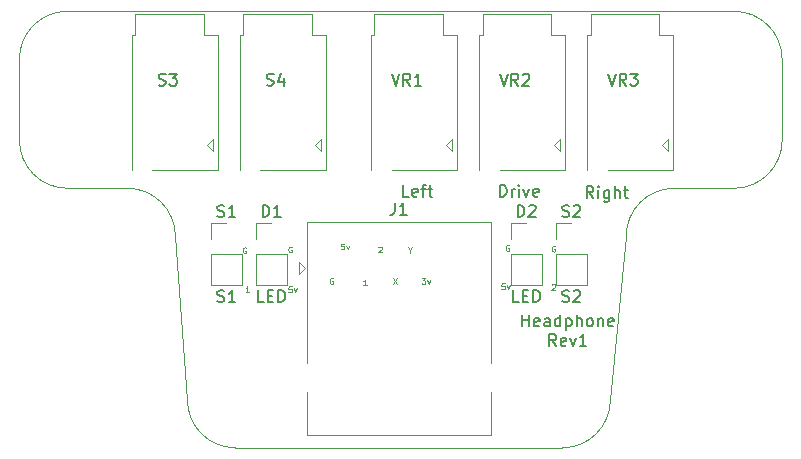
<source format=gbr>
G04 #@! TF.GenerationSoftware,KiCad,Pcbnew,(5.1.5)-3*
G04 #@! TF.CreationDate,2020-06-13T00:40:34-05:00*
G04 #@! TF.ProjectId,HeadphoneJack,48656164-7068-46f6-9e65-4a61636b2e6b,rev?*
G04 #@! TF.SameCoordinates,Original*
G04 #@! TF.FileFunction,Legend,Top*
G04 #@! TF.FilePolarity,Positive*
%FSLAX46Y46*%
G04 Gerber Fmt 4.6, Leading zero omitted, Abs format (unit mm)*
G04 Created by KiCad (PCBNEW (5.1.5)-3) date 2020-06-13 00:40:34*
%MOMM*%
%LPD*%
G04 APERTURE LIST*
%ADD10C,0.050000*%
%ADD11C,0.125000*%
%ADD12C,0.150000*%
%ADD13C,0.120000*%
G04 APERTURE END LIST*
D10*
X123888500Y-86233000D02*
X128968500Y-86233000D01*
X175260000Y-86233000D02*
X180340000Y-86233000D01*
X171196000Y-90297000D02*
X169862500Y-104140000D01*
X133032500Y-90297000D02*
X134048500Y-104140000D01*
X171196000Y-90297000D02*
G75*
G02X175260000Y-86233000I4064000J0D01*
G01*
X184404000Y-82169000D02*
G75*
G02X180340000Y-86233000I-4064000J0D01*
G01*
X128968500Y-86233000D02*
G75*
G02X133032500Y-90297000I0J-4064000D01*
G01*
X123888500Y-86233000D02*
G75*
G02X119824500Y-82169000I0J4064000D01*
G01*
X184404000Y-75311000D02*
X184404000Y-82169000D01*
X119824500Y-75311000D02*
X119824500Y-82169000D01*
D11*
X164893642Y-94388809D02*
X164917452Y-94365000D01*
X164965071Y-94341190D01*
X165084119Y-94341190D01*
X165131738Y-94365000D01*
X165155547Y-94388809D01*
X165179357Y-94436428D01*
X165179357Y-94484047D01*
X165155547Y-94555476D01*
X164869833Y-94841190D01*
X165179357Y-94841190D01*
X165167452Y-91126500D02*
X165119833Y-91102690D01*
X165048404Y-91102690D01*
X164976976Y-91126500D01*
X164929357Y-91174119D01*
X164905547Y-91221738D01*
X164881738Y-91316976D01*
X164881738Y-91388404D01*
X164905547Y-91483642D01*
X164929357Y-91531261D01*
X164976976Y-91578880D01*
X165048404Y-91602690D01*
X165096023Y-91602690D01*
X165167452Y-91578880D01*
X165191261Y-91555071D01*
X165191261Y-91388404D01*
X165096023Y-91388404D01*
X161293952Y-91063000D02*
X161246333Y-91039190D01*
X161174904Y-91039190D01*
X161103476Y-91063000D01*
X161055857Y-91110619D01*
X161032047Y-91158238D01*
X161008238Y-91253476D01*
X161008238Y-91324904D01*
X161032047Y-91420142D01*
X161055857Y-91467761D01*
X161103476Y-91515380D01*
X161174904Y-91539190D01*
X161222523Y-91539190D01*
X161293952Y-91515380D01*
X161317761Y-91491571D01*
X161317761Y-91324904D01*
X161222523Y-91324904D01*
X160901071Y-94277690D02*
X160662976Y-94277690D01*
X160639166Y-94515785D01*
X160662976Y-94491976D01*
X160710595Y-94468166D01*
X160829642Y-94468166D01*
X160877261Y-94491976D01*
X160901071Y-94515785D01*
X160924880Y-94563404D01*
X160924880Y-94682452D01*
X160901071Y-94730071D01*
X160877261Y-94753880D01*
X160829642Y-94777690D01*
X160710595Y-94777690D01*
X160662976Y-94753880D01*
X160639166Y-94730071D01*
X161091547Y-94444357D02*
X161210595Y-94777690D01*
X161329642Y-94444357D01*
X153884357Y-93833190D02*
X154193880Y-93833190D01*
X154027214Y-94023666D01*
X154098642Y-94023666D01*
X154146261Y-94047476D01*
X154170071Y-94071285D01*
X154193880Y-94118904D01*
X154193880Y-94237952D01*
X154170071Y-94285571D01*
X154146261Y-94309380D01*
X154098642Y-94333190D01*
X153955785Y-94333190D01*
X153908166Y-94309380D01*
X153884357Y-94285571D01*
X154360547Y-93999857D02*
X154479595Y-94333190D01*
X154598642Y-93999857D01*
X152908000Y-91491595D02*
X152908000Y-91729690D01*
X152741333Y-91229690D02*
X152908000Y-91491595D01*
X153074666Y-91229690D01*
X151471333Y-93833190D02*
X151804666Y-94333190D01*
X151804666Y-93833190D02*
X151471333Y-94333190D01*
X139271357Y-95031690D02*
X138985642Y-95031690D01*
X139128500Y-95031690D02*
X139128500Y-94531690D01*
X139080880Y-94603119D01*
X139033261Y-94650738D01*
X138985642Y-94674547D01*
X139005452Y-91253500D02*
X138957833Y-91229690D01*
X138886404Y-91229690D01*
X138814976Y-91253500D01*
X138767357Y-91301119D01*
X138743547Y-91348738D01*
X138719738Y-91443976D01*
X138719738Y-91515404D01*
X138743547Y-91610642D01*
X138767357Y-91658261D01*
X138814976Y-91705880D01*
X138886404Y-91729690D01*
X138934023Y-91729690D01*
X139005452Y-91705880D01*
X139029261Y-91682071D01*
X139029261Y-91515404D01*
X138934023Y-91515404D01*
X142878952Y-91190000D02*
X142831333Y-91166190D01*
X142759904Y-91166190D01*
X142688476Y-91190000D01*
X142640857Y-91237619D01*
X142617047Y-91285238D01*
X142593238Y-91380476D01*
X142593238Y-91451904D01*
X142617047Y-91547142D01*
X142640857Y-91594761D01*
X142688476Y-91642380D01*
X142759904Y-91666190D01*
X142807523Y-91666190D01*
X142878952Y-91642380D01*
X142902761Y-91618571D01*
X142902761Y-91451904D01*
X142807523Y-91451904D01*
X142867071Y-94531690D02*
X142628976Y-94531690D01*
X142605166Y-94769785D01*
X142628976Y-94745976D01*
X142676595Y-94722166D01*
X142795642Y-94722166D01*
X142843261Y-94745976D01*
X142867071Y-94769785D01*
X142890880Y-94817404D01*
X142890880Y-94936452D01*
X142867071Y-94984071D01*
X142843261Y-95007880D01*
X142795642Y-95031690D01*
X142676595Y-95031690D01*
X142628976Y-95007880D01*
X142605166Y-94984071D01*
X143057547Y-94698357D02*
X143176595Y-95031690D01*
X143295642Y-94698357D01*
X150225142Y-91213809D02*
X150248952Y-91190000D01*
X150296571Y-91166190D01*
X150415619Y-91166190D01*
X150463238Y-91190000D01*
X150487047Y-91213809D01*
X150510857Y-91261428D01*
X150510857Y-91309047D01*
X150487047Y-91380476D01*
X150201333Y-91666190D01*
X150510857Y-91666190D01*
X149240857Y-94460190D02*
X148955142Y-94460190D01*
X149098000Y-94460190D02*
X149098000Y-93960190D01*
X149050380Y-94031619D01*
X149002761Y-94079238D01*
X148955142Y-94103047D01*
X147312071Y-90912190D02*
X147073976Y-90912190D01*
X147050166Y-91150285D01*
X147073976Y-91126476D01*
X147121595Y-91102666D01*
X147240642Y-91102666D01*
X147288261Y-91126476D01*
X147312071Y-91150285D01*
X147335880Y-91197904D01*
X147335880Y-91316952D01*
X147312071Y-91364571D01*
X147288261Y-91388380D01*
X147240642Y-91412190D01*
X147121595Y-91412190D01*
X147073976Y-91388380D01*
X147050166Y-91364571D01*
X147502547Y-91078857D02*
X147621595Y-91412190D01*
X147740642Y-91078857D01*
X146371452Y-93857000D02*
X146323833Y-93833190D01*
X146252404Y-93833190D01*
X146180976Y-93857000D01*
X146133357Y-93904619D01*
X146109547Y-93952238D01*
X146085738Y-94047476D01*
X146085738Y-94118904D01*
X146109547Y-94214142D01*
X146133357Y-94261761D01*
X146180976Y-94309380D01*
X146252404Y-94333190D01*
X146300023Y-94333190D01*
X146371452Y-94309380D01*
X146395261Y-94285571D01*
X146395261Y-94118904D01*
X146300023Y-94118904D01*
D12*
X162385857Y-97925380D02*
X162385857Y-96925380D01*
X162385857Y-97401571D02*
X162957285Y-97401571D01*
X162957285Y-97925380D02*
X162957285Y-96925380D01*
X163814428Y-97877761D02*
X163719190Y-97925380D01*
X163528714Y-97925380D01*
X163433476Y-97877761D01*
X163385857Y-97782523D01*
X163385857Y-97401571D01*
X163433476Y-97306333D01*
X163528714Y-97258714D01*
X163719190Y-97258714D01*
X163814428Y-97306333D01*
X163862047Y-97401571D01*
X163862047Y-97496809D01*
X163385857Y-97592047D01*
X164719190Y-97925380D02*
X164719190Y-97401571D01*
X164671571Y-97306333D01*
X164576333Y-97258714D01*
X164385857Y-97258714D01*
X164290619Y-97306333D01*
X164719190Y-97877761D02*
X164623952Y-97925380D01*
X164385857Y-97925380D01*
X164290619Y-97877761D01*
X164243000Y-97782523D01*
X164243000Y-97687285D01*
X164290619Y-97592047D01*
X164385857Y-97544428D01*
X164623952Y-97544428D01*
X164719190Y-97496809D01*
X165623952Y-97925380D02*
X165623952Y-96925380D01*
X165623952Y-97877761D02*
X165528714Y-97925380D01*
X165338238Y-97925380D01*
X165243000Y-97877761D01*
X165195380Y-97830142D01*
X165147761Y-97734904D01*
X165147761Y-97449190D01*
X165195380Y-97353952D01*
X165243000Y-97306333D01*
X165338238Y-97258714D01*
X165528714Y-97258714D01*
X165623952Y-97306333D01*
X166100142Y-97258714D02*
X166100142Y-98258714D01*
X166100142Y-97306333D02*
X166195380Y-97258714D01*
X166385857Y-97258714D01*
X166481095Y-97306333D01*
X166528714Y-97353952D01*
X166576333Y-97449190D01*
X166576333Y-97734904D01*
X166528714Y-97830142D01*
X166481095Y-97877761D01*
X166385857Y-97925380D01*
X166195380Y-97925380D01*
X166100142Y-97877761D01*
X167004904Y-97925380D02*
X167004904Y-96925380D01*
X167433476Y-97925380D02*
X167433476Y-97401571D01*
X167385857Y-97306333D01*
X167290619Y-97258714D01*
X167147761Y-97258714D01*
X167052523Y-97306333D01*
X167004904Y-97353952D01*
X168052523Y-97925380D02*
X167957285Y-97877761D01*
X167909666Y-97830142D01*
X167862047Y-97734904D01*
X167862047Y-97449190D01*
X167909666Y-97353952D01*
X167957285Y-97306333D01*
X168052523Y-97258714D01*
X168195380Y-97258714D01*
X168290619Y-97306333D01*
X168338238Y-97353952D01*
X168385857Y-97449190D01*
X168385857Y-97734904D01*
X168338238Y-97830142D01*
X168290619Y-97877761D01*
X168195380Y-97925380D01*
X168052523Y-97925380D01*
X168814428Y-97258714D02*
X168814428Y-97925380D01*
X168814428Y-97353952D02*
X168862047Y-97306333D01*
X168957285Y-97258714D01*
X169100142Y-97258714D01*
X169195380Y-97306333D01*
X169243000Y-97401571D01*
X169243000Y-97925380D01*
X170100142Y-97877761D02*
X170004904Y-97925380D01*
X169814428Y-97925380D01*
X169719190Y-97877761D01*
X169671571Y-97782523D01*
X169671571Y-97401571D01*
X169719190Y-97306333D01*
X169814428Y-97258714D01*
X170004904Y-97258714D01*
X170100142Y-97306333D01*
X170147761Y-97401571D01*
X170147761Y-97496809D01*
X169671571Y-97592047D01*
X165266809Y-99575380D02*
X164933476Y-99099190D01*
X164695380Y-99575380D02*
X164695380Y-98575380D01*
X165076333Y-98575380D01*
X165171571Y-98623000D01*
X165219190Y-98670619D01*
X165266809Y-98765857D01*
X165266809Y-98908714D01*
X165219190Y-99003952D01*
X165171571Y-99051571D01*
X165076333Y-99099190D01*
X164695380Y-99099190D01*
X166076333Y-99527761D02*
X165981095Y-99575380D01*
X165790619Y-99575380D01*
X165695380Y-99527761D01*
X165647761Y-99432523D01*
X165647761Y-99051571D01*
X165695380Y-98956333D01*
X165790619Y-98908714D01*
X165981095Y-98908714D01*
X166076333Y-98956333D01*
X166123952Y-99051571D01*
X166123952Y-99146809D01*
X165647761Y-99242047D01*
X166457285Y-98908714D02*
X166695380Y-99575380D01*
X166933476Y-98908714D01*
X167838238Y-99575380D02*
X167266809Y-99575380D01*
X167552523Y-99575380D02*
X167552523Y-98575380D01*
X167457285Y-98718238D01*
X167362047Y-98813476D01*
X167266809Y-98861095D01*
D10*
X138112500Y-108204000D02*
G75*
G02X134048500Y-104140000I0J4064000D01*
G01*
X165798500Y-108204000D02*
X138112500Y-108204000D01*
X169862500Y-104140000D02*
G75*
G02X165798500Y-108204000I-4064000J0D01*
G01*
X180340000Y-71247000D02*
X123888500Y-71247000D01*
X119824500Y-75311000D02*
G75*
G02X123888500Y-71247000I4064000J0D01*
G01*
X180340000Y-71247000D02*
G75*
G02X184404000Y-75311000I0J-4064000D01*
G01*
D13*
X159715500Y-89124501D02*
X159715500Y-101064501D01*
X159715200Y-103440201D02*
X159715200Y-107080201D01*
X144195500Y-89124501D02*
X144195500Y-101064501D01*
X159715500Y-89124501D02*
X144195500Y-89124501D01*
X144195500Y-103444501D02*
X144195500Y-107084501D01*
X144195500Y-107084501D02*
X159715500Y-107084501D01*
X144010500Y-93004501D02*
X143510500Y-92504501D01*
X143510500Y-92504501D02*
X143510500Y-93504501D01*
X143510500Y-93504501D02*
X144010500Y-93004501D01*
X139830500Y-94404501D02*
X142490500Y-94404501D01*
X139830500Y-91804501D02*
X139830500Y-94404501D01*
X142490500Y-91804501D02*
X142490500Y-94404501D01*
X139830500Y-91804501D02*
X142490500Y-91804501D01*
X139830500Y-90534501D02*
X139830500Y-89204501D01*
X139830500Y-89204501D02*
X141160500Y-89204501D01*
X161420500Y-89204501D02*
X162750500Y-89204501D01*
X161420500Y-90534501D02*
X161420500Y-89204501D01*
X161420500Y-91804501D02*
X164080500Y-91804501D01*
X164080500Y-91804501D02*
X164080500Y-94404501D01*
X161420500Y-91804501D02*
X161420500Y-94404501D01*
X161420500Y-94404501D02*
X164080500Y-94404501D01*
X136020500Y-89204501D02*
X137350500Y-89204501D01*
X136020500Y-90534501D02*
X136020500Y-89204501D01*
X136020500Y-91804501D02*
X138680500Y-91804501D01*
X138680500Y-91804501D02*
X138680500Y-94404501D01*
X136020500Y-91804501D02*
X136020500Y-94404501D01*
X136020500Y-94404501D02*
X138680500Y-94404501D01*
X165230500Y-94404501D02*
X167890500Y-94404501D01*
X165230500Y-91804501D02*
X165230500Y-94404501D01*
X167890500Y-91804501D02*
X167890500Y-94404501D01*
X165230500Y-91804501D02*
X167890500Y-91804501D01*
X165230500Y-90534501D02*
X165230500Y-89204501D01*
X165230500Y-89204501D02*
X166560500Y-89204501D01*
X129630001Y-73250000D02*
X129630001Y-71466000D01*
X135430001Y-73250000D02*
X135430001Y-71466000D01*
X136630001Y-73250000D02*
X136630001Y-84650000D01*
X135430001Y-71466000D02*
X129630001Y-71466000D01*
X129330001Y-73250000D02*
X129630001Y-73250000D01*
X135430001Y-73250000D02*
X136630001Y-73250000D01*
X131080901Y-84658200D02*
X136630001Y-84650000D01*
X129330001Y-73250000D02*
X129330001Y-84650000D01*
X135709901Y-82575400D02*
X136209901Y-83075400D01*
X136209901Y-83075400D02*
X136209901Y-82075400D01*
X136209901Y-82075400D02*
X135709901Y-82575400D01*
X145359901Y-82075400D02*
X144859901Y-82575400D01*
X145359901Y-83075400D02*
X145359901Y-82075400D01*
X144859901Y-82575400D02*
X145359901Y-83075400D01*
X138480001Y-73250000D02*
X138480001Y-84650000D01*
X140230901Y-84658200D02*
X145780001Y-84650000D01*
X144580001Y-73250000D02*
X145780001Y-73250000D01*
X138480001Y-73250000D02*
X138780001Y-73250000D01*
X144580001Y-71466000D02*
X138780001Y-71466000D01*
X145780001Y-73250000D02*
X145780001Y-84650000D01*
X144580001Y-73250000D02*
X144580001Y-71466000D01*
X138780001Y-73250000D02*
X138780001Y-71466000D01*
X156466401Y-82075400D02*
X155966401Y-82575400D01*
X156466401Y-83075400D02*
X156466401Y-82075400D01*
X155966401Y-82575400D02*
X156466401Y-83075400D01*
X149586501Y-73250000D02*
X149586501Y-84650000D01*
X151337401Y-84658200D02*
X156886501Y-84650000D01*
X155686501Y-73250000D02*
X156886501Y-73250000D01*
X149586501Y-73250000D02*
X149886501Y-73250000D01*
X155686501Y-71466000D02*
X149886501Y-71466000D01*
X156886501Y-73250000D02*
X156886501Y-84650000D01*
X155686501Y-73250000D02*
X155686501Y-71466000D01*
X149886501Y-73250000D02*
X149886501Y-71466000D01*
X159036501Y-73250000D02*
X159036501Y-71466000D01*
X164836501Y-73250000D02*
X164836501Y-71466000D01*
X166036501Y-73250000D02*
X166036501Y-84650000D01*
X164836501Y-71466000D02*
X159036501Y-71466000D01*
X158736501Y-73250000D02*
X159036501Y-73250000D01*
X164836501Y-73250000D02*
X166036501Y-73250000D01*
X160487401Y-84658200D02*
X166036501Y-84650000D01*
X158736501Y-73250000D02*
X158736501Y-84650000D01*
X165116401Y-82575400D02*
X165616401Y-83075400D01*
X165616401Y-83075400D02*
X165616401Y-82075400D01*
X165616401Y-82075400D02*
X165116401Y-82575400D01*
X174766401Y-82075400D02*
X174266401Y-82575400D01*
X174766401Y-83075400D02*
X174766401Y-82075400D01*
X174266401Y-82575400D02*
X174766401Y-83075400D01*
X167886501Y-73250000D02*
X167886501Y-84650000D01*
X169637401Y-84658200D02*
X175186501Y-84650000D01*
X173986501Y-73250000D02*
X175186501Y-73250000D01*
X167886501Y-73250000D02*
X168186501Y-73250000D01*
X173986501Y-71466000D02*
X168186501Y-71466000D01*
X175186501Y-73250000D02*
X175186501Y-84650000D01*
X173986501Y-73250000D02*
X173986501Y-71466000D01*
X168186501Y-73250000D02*
X168186501Y-71466000D01*
D12*
X151622166Y-87456881D02*
X151622166Y-88171167D01*
X151574547Y-88314024D01*
X151479309Y-88409262D01*
X151336452Y-88456881D01*
X151241214Y-88456881D01*
X152622166Y-88456881D02*
X152050738Y-88456881D01*
X152336452Y-88456881D02*
X152336452Y-87456881D01*
X152241214Y-87599739D01*
X152145976Y-87694977D01*
X152050738Y-87742596D01*
X140422404Y-88656881D02*
X140422404Y-87656881D01*
X140660500Y-87656881D01*
X140803357Y-87704501D01*
X140898595Y-87799739D01*
X140946214Y-87894977D01*
X140993833Y-88085453D01*
X140993833Y-88228310D01*
X140946214Y-88418786D01*
X140898595Y-88514024D01*
X140803357Y-88609262D01*
X140660500Y-88656881D01*
X140422404Y-88656881D01*
X141946214Y-88656881D02*
X141374785Y-88656881D01*
X141660500Y-88656881D02*
X141660500Y-87656881D01*
X141565261Y-87799739D01*
X141470023Y-87894977D01*
X141374785Y-87942596D01*
X140517642Y-95856881D02*
X140041452Y-95856881D01*
X140041452Y-94856881D01*
X140850976Y-95333072D02*
X141184309Y-95333072D01*
X141327166Y-95856881D02*
X140850976Y-95856881D01*
X140850976Y-94856881D01*
X141327166Y-94856881D01*
X141755738Y-95856881D02*
X141755738Y-94856881D01*
X141993833Y-94856881D01*
X142136690Y-94904501D01*
X142231928Y-94999739D01*
X142279547Y-95094977D01*
X142327166Y-95285453D01*
X142327166Y-95428310D01*
X142279547Y-95618786D01*
X142231928Y-95714024D01*
X142136690Y-95809262D01*
X141993833Y-95856881D01*
X141755738Y-95856881D01*
X162012404Y-88656881D02*
X162012404Y-87656881D01*
X162250500Y-87656881D01*
X162393357Y-87704501D01*
X162488595Y-87799739D01*
X162536214Y-87894977D01*
X162583833Y-88085453D01*
X162583833Y-88228310D01*
X162536214Y-88418786D01*
X162488595Y-88514024D01*
X162393357Y-88609262D01*
X162250500Y-88656881D01*
X162012404Y-88656881D01*
X162964785Y-87752120D02*
X163012404Y-87704501D01*
X163107642Y-87656881D01*
X163345738Y-87656881D01*
X163440976Y-87704501D01*
X163488595Y-87752120D01*
X163536214Y-87847358D01*
X163536214Y-87942596D01*
X163488595Y-88085453D01*
X162917166Y-88656881D01*
X163536214Y-88656881D01*
X162107642Y-95856881D02*
X161631452Y-95856881D01*
X161631452Y-94856881D01*
X162440976Y-95333072D02*
X162774309Y-95333072D01*
X162917166Y-95856881D02*
X162440976Y-95856881D01*
X162440976Y-94856881D01*
X162917166Y-94856881D01*
X163345738Y-95856881D02*
X163345738Y-94856881D01*
X163583833Y-94856881D01*
X163726690Y-94904501D01*
X163821928Y-94999739D01*
X163869547Y-95094977D01*
X163917166Y-95285453D01*
X163917166Y-95428310D01*
X163869547Y-95618786D01*
X163821928Y-95714024D01*
X163726690Y-95809262D01*
X163583833Y-95856881D01*
X163345738Y-95856881D01*
X136588595Y-88609262D02*
X136731452Y-88656881D01*
X136969547Y-88656881D01*
X137064785Y-88609262D01*
X137112404Y-88561643D01*
X137160023Y-88466405D01*
X137160023Y-88371167D01*
X137112404Y-88275929D01*
X137064785Y-88228310D01*
X136969547Y-88180691D01*
X136779071Y-88133072D01*
X136683833Y-88085453D01*
X136636214Y-88037834D01*
X136588595Y-87942596D01*
X136588595Y-87847358D01*
X136636214Y-87752120D01*
X136683833Y-87704501D01*
X136779071Y-87656881D01*
X137017166Y-87656881D01*
X137160023Y-87704501D01*
X138112404Y-88656881D02*
X137540976Y-88656881D01*
X137826690Y-88656881D02*
X137826690Y-87656881D01*
X137731452Y-87799739D01*
X137636214Y-87894977D01*
X137540976Y-87942596D01*
X136588595Y-95809262D02*
X136731452Y-95856881D01*
X136969547Y-95856881D01*
X137064785Y-95809262D01*
X137112404Y-95761643D01*
X137160023Y-95666405D01*
X137160023Y-95571167D01*
X137112404Y-95475929D01*
X137064785Y-95428310D01*
X136969547Y-95380691D01*
X136779071Y-95333072D01*
X136683833Y-95285453D01*
X136636214Y-95237834D01*
X136588595Y-95142596D01*
X136588595Y-95047358D01*
X136636214Y-94952120D01*
X136683833Y-94904501D01*
X136779071Y-94856881D01*
X137017166Y-94856881D01*
X137160023Y-94904501D01*
X138112404Y-95856881D02*
X137540976Y-95856881D01*
X137826690Y-95856881D02*
X137826690Y-94856881D01*
X137731452Y-94999739D01*
X137636214Y-95094977D01*
X137540976Y-95142596D01*
X165798595Y-88609262D02*
X165941452Y-88656881D01*
X166179547Y-88656881D01*
X166274785Y-88609262D01*
X166322404Y-88561643D01*
X166370023Y-88466405D01*
X166370023Y-88371167D01*
X166322404Y-88275929D01*
X166274785Y-88228310D01*
X166179547Y-88180691D01*
X165989071Y-88133072D01*
X165893833Y-88085453D01*
X165846214Y-88037834D01*
X165798595Y-87942596D01*
X165798595Y-87847358D01*
X165846214Y-87752120D01*
X165893833Y-87704501D01*
X165989071Y-87656881D01*
X166227166Y-87656881D01*
X166370023Y-87704501D01*
X166750976Y-87752120D02*
X166798595Y-87704501D01*
X166893833Y-87656881D01*
X167131928Y-87656881D01*
X167227166Y-87704501D01*
X167274785Y-87752120D01*
X167322404Y-87847358D01*
X167322404Y-87942596D01*
X167274785Y-88085453D01*
X166703357Y-88656881D01*
X167322404Y-88656881D01*
X165798595Y-95809262D02*
X165941452Y-95856881D01*
X166179547Y-95856881D01*
X166274785Y-95809262D01*
X166322404Y-95761643D01*
X166370023Y-95666405D01*
X166370023Y-95571167D01*
X166322404Y-95475929D01*
X166274785Y-95428310D01*
X166179547Y-95380691D01*
X165989071Y-95333072D01*
X165893833Y-95285453D01*
X165846214Y-95237834D01*
X165798595Y-95142596D01*
X165798595Y-95047358D01*
X165846214Y-94952120D01*
X165893833Y-94904501D01*
X165989071Y-94856881D01*
X166227166Y-94856881D01*
X166370023Y-94904501D01*
X166750976Y-94952120D02*
X166798595Y-94904501D01*
X166893833Y-94856881D01*
X167131928Y-94856881D01*
X167227166Y-94904501D01*
X167274785Y-94952120D01*
X167322404Y-95047358D01*
X167322404Y-95142596D01*
X167274785Y-95285453D01*
X166703357Y-95856881D01*
X167322404Y-95856881D01*
X131627096Y-77493761D02*
X131769953Y-77541380D01*
X132008048Y-77541380D01*
X132103286Y-77493761D01*
X132150905Y-77446142D01*
X132198524Y-77350904D01*
X132198524Y-77255666D01*
X132150905Y-77160428D01*
X132103286Y-77112809D01*
X132008048Y-77065190D01*
X131817572Y-77017571D01*
X131722334Y-76969952D01*
X131674715Y-76922333D01*
X131627096Y-76827095D01*
X131627096Y-76731857D01*
X131674715Y-76636619D01*
X131722334Y-76589000D01*
X131817572Y-76541380D01*
X132055667Y-76541380D01*
X132198524Y-76589000D01*
X132531858Y-76541380D02*
X133150905Y-76541380D01*
X132817572Y-76922333D01*
X132960429Y-76922333D01*
X133055667Y-76969952D01*
X133103286Y-77017571D01*
X133150905Y-77112809D01*
X133150905Y-77350904D01*
X133103286Y-77446142D01*
X133055667Y-77493761D01*
X132960429Y-77541380D01*
X132674715Y-77541380D01*
X132579477Y-77493761D01*
X132531858Y-77446142D01*
X140777096Y-77493761D02*
X140919953Y-77541380D01*
X141158048Y-77541380D01*
X141253286Y-77493761D01*
X141300905Y-77446142D01*
X141348524Y-77350904D01*
X141348524Y-77255666D01*
X141300905Y-77160428D01*
X141253286Y-77112809D01*
X141158048Y-77065190D01*
X140967572Y-77017571D01*
X140872334Y-76969952D01*
X140824715Y-76922333D01*
X140777096Y-76827095D01*
X140777096Y-76731857D01*
X140824715Y-76636619D01*
X140872334Y-76589000D01*
X140967572Y-76541380D01*
X141205667Y-76541380D01*
X141348524Y-76589000D01*
X142205667Y-76874714D02*
X142205667Y-77541380D01*
X141967572Y-76493761D02*
X141729477Y-77208047D01*
X142348524Y-77208047D01*
X151335977Y-76541380D02*
X151669310Y-77541380D01*
X152002643Y-76541380D01*
X152907405Y-77541380D02*
X152574072Y-77065190D01*
X152335977Y-77541380D02*
X152335977Y-76541380D01*
X152716929Y-76541380D01*
X152812167Y-76589000D01*
X152859786Y-76636619D01*
X152907405Y-76731857D01*
X152907405Y-76874714D01*
X152859786Y-76969952D01*
X152812167Y-77017571D01*
X152716929Y-77065190D01*
X152335977Y-77065190D01*
X153859786Y-77541380D02*
X153288358Y-77541380D01*
X153574072Y-77541380D02*
X153574072Y-76541380D01*
X153478834Y-76684238D01*
X153383596Y-76779476D01*
X153288358Y-76827095D01*
X152789023Y-86939380D02*
X152312833Y-86939380D01*
X152312833Y-85939380D01*
X153503309Y-86891761D02*
X153408071Y-86939380D01*
X153217595Y-86939380D01*
X153122357Y-86891761D01*
X153074738Y-86796523D01*
X153074738Y-86415571D01*
X153122357Y-86320333D01*
X153217595Y-86272714D01*
X153408071Y-86272714D01*
X153503309Y-86320333D01*
X153550928Y-86415571D01*
X153550928Y-86510809D01*
X153074738Y-86606047D01*
X153836642Y-86272714D02*
X154217595Y-86272714D01*
X153979500Y-86939380D02*
X153979500Y-86082238D01*
X154027119Y-85987000D01*
X154122357Y-85939380D01*
X154217595Y-85939380D01*
X154408071Y-86272714D02*
X154789023Y-86272714D01*
X154550928Y-85939380D02*
X154550928Y-86796523D01*
X154598547Y-86891761D01*
X154693785Y-86939380D01*
X154789023Y-86939380D01*
X160485977Y-76541380D02*
X160819310Y-77541380D01*
X161152643Y-76541380D01*
X162057405Y-77541380D02*
X161724072Y-77065190D01*
X161485977Y-77541380D02*
X161485977Y-76541380D01*
X161866929Y-76541380D01*
X161962167Y-76589000D01*
X162009786Y-76636619D01*
X162057405Y-76731857D01*
X162057405Y-76874714D01*
X162009786Y-76969952D01*
X161962167Y-77017571D01*
X161866929Y-77065190D01*
X161485977Y-77065190D01*
X162438358Y-76636619D02*
X162485977Y-76589000D01*
X162581215Y-76541380D01*
X162819310Y-76541380D01*
X162914548Y-76589000D01*
X162962167Y-76636619D01*
X163009786Y-76731857D01*
X163009786Y-76827095D01*
X162962167Y-76969952D01*
X162390739Y-77541380D01*
X163009786Y-77541380D01*
X160496452Y-86939380D02*
X160496452Y-85939380D01*
X160734547Y-85939380D01*
X160877404Y-85987000D01*
X160972642Y-86082238D01*
X161020261Y-86177476D01*
X161067880Y-86367952D01*
X161067880Y-86510809D01*
X161020261Y-86701285D01*
X160972642Y-86796523D01*
X160877404Y-86891761D01*
X160734547Y-86939380D01*
X160496452Y-86939380D01*
X161496452Y-86939380D02*
X161496452Y-86272714D01*
X161496452Y-86463190D02*
X161544071Y-86367952D01*
X161591690Y-86320333D01*
X161686928Y-86272714D01*
X161782166Y-86272714D01*
X162115500Y-86939380D02*
X162115500Y-86272714D01*
X162115500Y-85939380D02*
X162067880Y-85987000D01*
X162115500Y-86034619D01*
X162163119Y-85987000D01*
X162115500Y-85939380D01*
X162115500Y-86034619D01*
X162496452Y-86272714D02*
X162734547Y-86939380D01*
X162972642Y-86272714D01*
X163734547Y-86891761D02*
X163639309Y-86939380D01*
X163448833Y-86939380D01*
X163353595Y-86891761D01*
X163305976Y-86796523D01*
X163305976Y-86415571D01*
X163353595Y-86320333D01*
X163448833Y-86272714D01*
X163639309Y-86272714D01*
X163734547Y-86320333D01*
X163782166Y-86415571D01*
X163782166Y-86510809D01*
X163305976Y-86606047D01*
X169635977Y-76541380D02*
X169969310Y-77541380D01*
X170302643Y-76541380D01*
X171207405Y-77541380D02*
X170874072Y-77065190D01*
X170635977Y-77541380D02*
X170635977Y-76541380D01*
X171016929Y-76541380D01*
X171112167Y-76589000D01*
X171159786Y-76636619D01*
X171207405Y-76731857D01*
X171207405Y-76874714D01*
X171159786Y-76969952D01*
X171112167Y-77017571D01*
X171016929Y-77065190D01*
X170635977Y-77065190D01*
X171540739Y-76541380D02*
X172159786Y-76541380D01*
X171826453Y-76922333D01*
X171969310Y-76922333D01*
X172064548Y-76969952D01*
X172112167Y-77017571D01*
X172159786Y-77112809D01*
X172159786Y-77350904D01*
X172112167Y-77446142D01*
X172064548Y-77493761D01*
X171969310Y-77541380D01*
X171683596Y-77541380D01*
X171588358Y-77493761D01*
X171540739Y-77446142D01*
X168425952Y-87066380D02*
X168092619Y-86590190D01*
X167854523Y-87066380D02*
X167854523Y-86066380D01*
X168235476Y-86066380D01*
X168330714Y-86114000D01*
X168378333Y-86161619D01*
X168425952Y-86256857D01*
X168425952Y-86399714D01*
X168378333Y-86494952D01*
X168330714Y-86542571D01*
X168235476Y-86590190D01*
X167854523Y-86590190D01*
X168854523Y-87066380D02*
X168854523Y-86399714D01*
X168854523Y-86066380D02*
X168806904Y-86114000D01*
X168854523Y-86161619D01*
X168902142Y-86114000D01*
X168854523Y-86066380D01*
X168854523Y-86161619D01*
X169759285Y-86399714D02*
X169759285Y-87209238D01*
X169711666Y-87304476D01*
X169664047Y-87352095D01*
X169568809Y-87399714D01*
X169425952Y-87399714D01*
X169330714Y-87352095D01*
X169759285Y-87018761D02*
X169664047Y-87066380D01*
X169473571Y-87066380D01*
X169378333Y-87018761D01*
X169330714Y-86971142D01*
X169283095Y-86875904D01*
X169283095Y-86590190D01*
X169330714Y-86494952D01*
X169378333Y-86447333D01*
X169473571Y-86399714D01*
X169664047Y-86399714D01*
X169759285Y-86447333D01*
X170235476Y-87066380D02*
X170235476Y-86066380D01*
X170664047Y-87066380D02*
X170664047Y-86542571D01*
X170616428Y-86447333D01*
X170521190Y-86399714D01*
X170378333Y-86399714D01*
X170283095Y-86447333D01*
X170235476Y-86494952D01*
X170997380Y-86399714D02*
X171378333Y-86399714D01*
X171140238Y-86066380D02*
X171140238Y-86923523D01*
X171187857Y-87018761D01*
X171283095Y-87066380D01*
X171378333Y-87066380D01*
M02*

</source>
